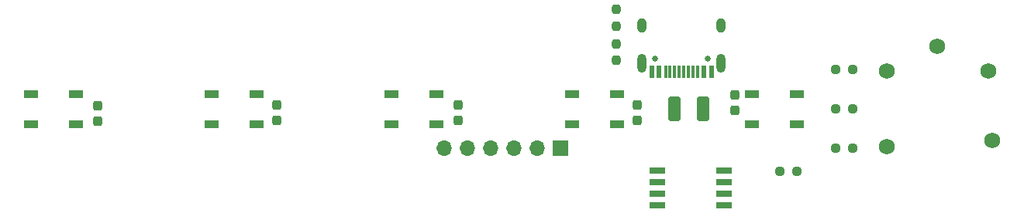
<source format=gbr>
%TF.GenerationSoftware,KiCad,Pcbnew,(6.0.9)*%
%TF.CreationDate,2022-11-05T18:14:27+01:00*%
%TF.ProjectId,pcb,7063622e-6b69-4636-9164-5f7063625858,rev?*%
%TF.SameCoordinates,Original*%
%TF.FileFunction,Soldermask,Top*%
%TF.FilePolarity,Negative*%
%FSLAX46Y46*%
G04 Gerber Fmt 4.6, Leading zero omitted, Abs format (unit mm)*
G04 Created by KiCad (PCBNEW (6.0.9)) date 2022-11-05 18:14:27*
%MOMM*%
%LPD*%
G01*
G04 APERTURE LIST*
G04 Aperture macros list*
%AMRoundRect*
0 Rectangle with rounded corners*
0 $1 Rounding radius*
0 $2 $3 $4 $5 $6 $7 $8 $9 X,Y pos of 4 corners*
0 Add a 4 corners polygon primitive as box body*
4,1,4,$2,$3,$4,$5,$6,$7,$8,$9,$2,$3,0*
0 Add four circle primitives for the rounded corners*
1,1,$1+$1,$2,$3*
1,1,$1+$1,$4,$5*
1,1,$1+$1,$6,$7*
1,1,$1+$1,$8,$9*
0 Add four rect primitives between the rounded corners*
20,1,$1+$1,$2,$3,$4,$5,0*
20,1,$1+$1,$4,$5,$6,$7,0*
20,1,$1+$1,$6,$7,$8,$9,0*
20,1,$1+$1,$8,$9,$2,$3,0*%
G04 Aperture macros list end*
%ADD10R,1.700000X1.700000*%
%ADD11O,1.700000X1.700000*%
%ADD12C,1.750000*%
%ADD13C,0.650000*%
%ADD14R,0.600000X1.450000*%
%ADD15R,0.300000X1.450000*%
%ADD16O,1.000000X1.600000*%
%ADD17O,1.000000X2.100000*%
%ADD18RoundRect,0.237500X-0.237500X0.300000X-0.237500X-0.300000X0.237500X-0.300000X0.237500X0.300000X0*%
%ADD19RoundRect,0.250000X-0.412500X-1.100000X0.412500X-1.100000X0.412500X1.100000X-0.412500X1.100000X0*%
%ADD20R,1.500000X0.900000*%
%ADD21RoundRect,0.237500X0.250000X0.237500X-0.250000X0.237500X-0.250000X-0.237500X0.250000X-0.237500X0*%
%ADD22R,1.700000X0.650000*%
%ADD23RoundRect,0.237500X-0.237500X0.250000X-0.237500X-0.250000X0.237500X-0.250000X0.237500X0.250000X0*%
%ADD24RoundRect,0.237500X-0.250000X-0.237500X0.250000X-0.237500X0.250000X0.237500X-0.250000X0.237500X0*%
G04 APERTURE END LIST*
D10*
%TO.C,J2*%
X151892000Y-103378000D03*
D11*
X149352000Y-103378000D03*
X146812000Y-103378000D03*
X144272000Y-103378000D03*
X141732000Y-103378000D03*
X139192000Y-103378000D03*
%TD*%
D12*
%TO.C,SW1*%
X187490000Y-94910000D03*
X198590000Y-94910000D03*
X193040000Y-92210000D03*
X198990000Y-102510000D03*
X187490000Y-103210000D03*
%TD*%
D13*
%TO.C,J1*%
X162210000Y-93532000D03*
X167990000Y-93532000D03*
D14*
X168350000Y-94977000D03*
X167550000Y-94977000D03*
D15*
X166350000Y-94977000D03*
X165350000Y-94977000D03*
X164850000Y-94977000D03*
X163850000Y-94977000D03*
D14*
X162650000Y-94977000D03*
X161850000Y-94977000D03*
X161850000Y-94977000D03*
X162650000Y-94977000D03*
D15*
X163350000Y-94977000D03*
X164350000Y-94977000D03*
X165850000Y-94977000D03*
X166850000Y-94977000D03*
D14*
X167550000Y-94977000D03*
X168350000Y-94977000D03*
D16*
X169420000Y-89882000D03*
D17*
X169420000Y-94062000D03*
X160780000Y-94062000D03*
D16*
X160780000Y-89882000D03*
%TD*%
D18*
%TO.C,C6*%
X101346000Y-98705500D03*
X101346000Y-100430500D03*
%TD*%
%TO.C,C5*%
X120904000Y-98605000D03*
X120904000Y-100330000D03*
%TD*%
%TO.C,C4*%
X140716000Y-98605000D03*
X140716000Y-100330000D03*
%TD*%
%TO.C,C3*%
X160274000Y-98605000D03*
X160274000Y-100330000D03*
%TD*%
%TO.C,C2*%
X170942000Y-97536000D03*
X170942000Y-99261000D03*
%TD*%
D19*
%TO.C,C1*%
X164299500Y-99060000D03*
X167424500Y-99060000D03*
%TD*%
D20*
%TO.C,D4*%
X113755000Y-97410000D03*
X113755000Y-100710000D03*
X118655000Y-100710000D03*
X118655000Y-97410000D03*
%TD*%
D21*
%TO.C,R5*%
X183792500Y-103378000D03*
X181967500Y-103378000D03*
%TD*%
D22*
%TO.C,U1*%
X169766000Y-109601000D03*
X169766000Y-108331000D03*
X169766000Y-107061000D03*
X169766000Y-105791000D03*
X162466000Y-105791000D03*
X162466000Y-107061000D03*
X162466000Y-108331000D03*
X162466000Y-109601000D03*
%TD*%
D20*
%TO.C,D3*%
X133440000Y-97410000D03*
X133440000Y-100710000D03*
X138340000Y-100710000D03*
X138340000Y-97410000D03*
%TD*%
D23*
%TO.C,R2*%
X157988000Y-88138000D03*
X157988000Y-89963000D03*
%TD*%
D20*
%TO.C,D2*%
X153125000Y-97410000D03*
X153125000Y-100710000D03*
X158025000Y-100710000D03*
X158025000Y-97410000D03*
%TD*%
%TO.C,D1*%
X172810000Y-97410000D03*
X172810000Y-100710000D03*
X177710000Y-100710000D03*
X177710000Y-97410000D03*
%TD*%
D21*
%TO.C,R4*%
X183792500Y-99060000D03*
X181967500Y-99060000D03*
%TD*%
%TO.C,R3*%
X183792500Y-94742000D03*
X181967500Y-94742000D03*
%TD*%
D24*
%TO.C,R6*%
X175871500Y-105918000D03*
X177696500Y-105918000D03*
%TD*%
D23*
%TO.C,R1*%
X157988000Y-93726000D03*
X157988000Y-91901000D03*
%TD*%
D20*
%TO.C,D5*%
X94070000Y-97410000D03*
X94070000Y-100710000D03*
X98970000Y-100710000D03*
X98970000Y-97410000D03*
%TD*%
M02*

</source>
